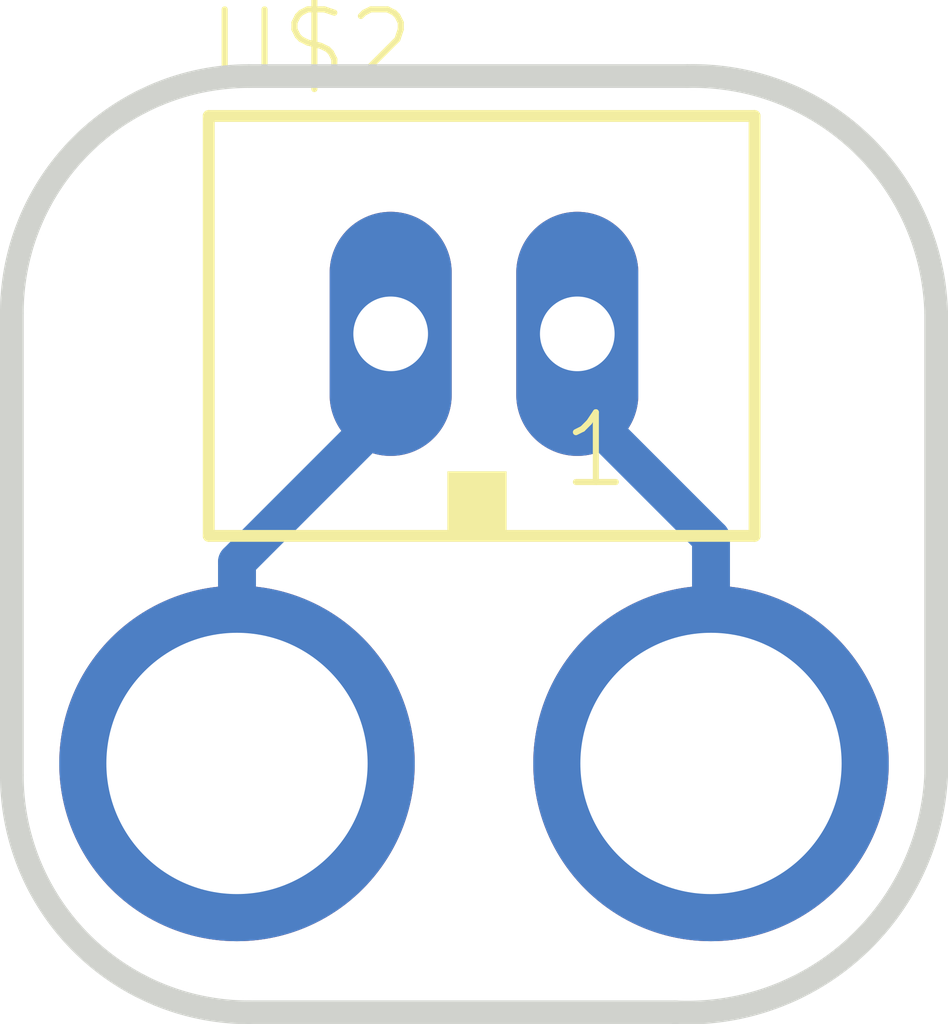
<source format=kicad_pcb>
(kicad_pcb (version 20211014) (generator pcbnew)
  (layers (0 "F.Cu" signal) (31 "B.Cu" signal) (34 "B.Paste" user) (35 "F.Paste" user) (36 "B.SilkS" user "B.Silkscreen") (37 "F.SilkS" user "F.Silkscreen") (38 "B.Mask" user) (39 "F.Mask" user) (44 "Edge.Cuts" user))
  (net 0 "")
  (net 1 "N$3")
  (net 2 "N$1")
  (footprint "adapt_btn:BUTTON_PAD" (layer "F.Cu") (at 145.9611 107.351976)
    (fp_text reference "U$1" hide)
    (fp_text value "BUTTON_PAD" hide)
    (pad "P$1" thru_hole circle (at 0 0) (size 3.81 3.81) (drill 2.8) (layers *.Cu *.Mask) (net 1 "N$3"))
  )
  (footprint "adapt_btn:BUTTON_PAD" (layer "F.Cu") (at 151.0411 107.351976)
    (fp_text reference "U$3" hide)
    (fp_text value "BUTTON_PAD" hide)
    (pad "P$1" thru_hole circle (at 0 0) (size 3.81 3.81) (drill 2.8) (layers *.Cu *.Mask) (net 2 "N$1"))
  )
  (footprint "adapt_btn:JST_B2B-PH_HEADER" (layer "F.Cu") (at 148.5331 102.795976)
    (fp_text reference "U$2" (at -2.925 -2.6825) (layer "F.SilkS") (effects (font (size 0.747776 0.747776) (thickness 0.065024)) (justify left bottom)))
    (fp_text value "JST-PH_2-PIN_HEADER" hide)
    (fp_text user "1" (at 0.875 1.635) (layer "F.SilkS") (effects (font (size 0.747776 0.747776) (thickness 0.065024)) (justify left bottom)))
    (fp_line (start 2.975 -2.3825) (end 2.975 2.1175) (layer "F.SilkS") (width 0.127))
    (fp_line (start 2.975 2.1175) (end -2.875 2.1175) (layer "F.SilkS") (width 0.127))
    (fp_line (start -2.875 -2.3825) (end 2.975 -2.3825) (layer "F.SilkS") (width 0.127))
    (fp_line (start -2.875 2.1175) (end -2.875 -2.3825) (layer "F.SilkS") (width 0.127))
    (fp_poly (pts (xy -0.3175 2.060468) (xy 0.3175 2.060468) (xy 0.3175 1.425468) (xy -0.3175 1.425468)) (layer "F.SilkS") (width 0) (fill solid))
    (pad "P1" thru_hole oval (at 1.075 -0.0475 90) (size 2.616 1.308) (drill 0.8) (layers *.Cu *.Mask) (net 2 "N$1"))
    (pad "P2" thru_hole oval (at -0.925 -0.0475 90) (size 2.616 1.308) (drill 0.8) (layers *.Cu *.Mask) (net 1 "N$3"))
  )
  (gr_arc (start 146.0881 110.018976) (mid 144.292049 109.275027) (end 143.5481 107.478976) (layer "Edge.Cuts") (width 0.254))
  (gr_line (start 150.6601 110.018976) (end 146.0881 110.018976) (layer "Edge.Cuts") (width 0.254))
  (gr_line (start 146.0881 99.985976) (end 150.7871 99.985976) (layer "Edge.Cuts") (width 0.254))
  (gr_arc (start 153.4541 107.478976) (mid 152.583151 109.327632) (end 150.6601 110.018976) (layer "Edge.Cuts") (width 0.254))
  (gr_line (start 143.5481 102.525976) (end 143.5481 107.478976) (layer "Edge.Cuts") (width 0.254))
  (gr_arc (start 150.7871 99.985976) (mid 152.646651 100.703622) (end 153.4541 102.525976) (layer "Edge.Cuts") (width 0.254))
  (gr_arc (start 143.5481 102.525976) (mid 144.292049 100.729925) (end 146.0881 99.985976) (layer "Edge.Cuts") (width 0.254))
  (gr_line (start 153.4541 102.525976) (end 153.4541 107.478976) (layer "Edge.Cuts") (width 0.254))
  (segment (start 145.9611 107.351976) (end 145.9611 105.192976) (width 0.4064) (layer "B.Cu") (net 1))
  (segment (start 147.4851 103.668976) (end 147.4851 102.871476) (width 0.4064) (layer "B.Cu") (net 1))
  (segment (start 147.4851 102.871476) (end 147.6081 102.748476) (width 0.4064) (layer "B.Cu") (net 1))
  (segment (start 145.9611 105.192976) (end 147.4851 103.668976) (width 0.4064) (layer "B.Cu") (net 1))
  (segment (start 151.0411 107.351976) (end 151.0411 104.938976) (width 0.4064) (layer "B.Cu") (net 2))
  (segment (start 149.6081 102.748476) (end 149.6081 103.505976) (width 0.4064) (layer "B.Cu") (net 2))
  (segment (start 149.6081 103.505976) (end 151.0411 104.938976) (width 0.4064) (layer "B.Cu") (net 2))
)
</source>
